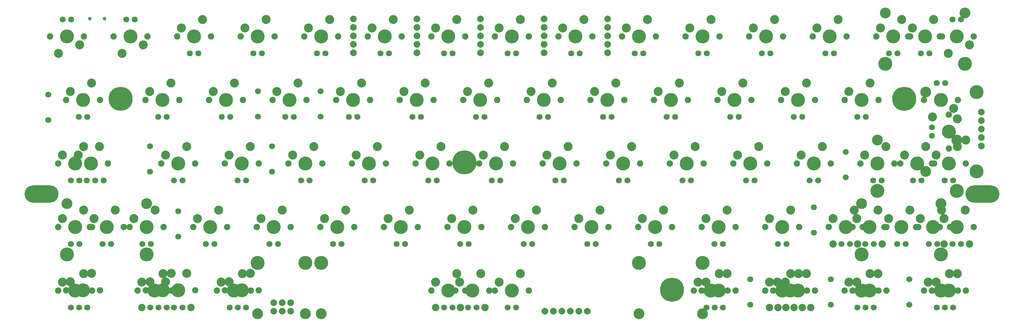
<source format=gts>
G04 #@! TF.FileFunction,Soldermask,Top*
%FSLAX46Y46*%
G04 Gerber Fmt 4.6, Leading zero omitted, Abs format (unit mm)*
G04 Created by KiCad (PCBNEW 4.0.2-stable) date Mon 02 May 2016 10:51:51 AM CEST*
%MOMM*%
G01*
G04 APERTURE LIST*
%ADD10C,0.150000*%
%ADD11C,2.203200*%
%ADD12C,1.803400*%
%ADD13C,2.003200*%
%ADD14C,3.251200*%
%ADD15C,4.183400*%
%ADD16C,4.183380*%
%ADD17C,2.702560*%
%ADD18C,1.902460*%
%ADD19C,1.103200*%
%ADD20O,10.203180X5.204460*%
%ADD21C,7.203440*%
%ADD22C,7.204500*%
%ADD23C,1.803200*%
G04 APERTURE END LIST*
D10*
D11*
X272037500Y-71428750D03*
X279657500Y-71428750D03*
X253463750Y-71428750D03*
X238700000Y-71428750D03*
X246090000Y-71428750D03*
X232032500Y-90478750D03*
X219650000Y-90478750D03*
X134401250Y-90478750D03*
X119637500Y-90478750D03*
X127027500Y-90478750D03*
X46295000Y-90478750D03*
X31531250Y-90478750D03*
D12*
X57883750Y-90478750D03*
X60343750Y-90478750D03*
X34071250Y-90478750D03*
X36531250Y-90478750D03*
X62805000Y-90478750D03*
X38992500Y-90478750D03*
X10258750Y-90478750D03*
X12718750Y-90478750D03*
X15180000Y-90478750D03*
X200758750Y-90478750D03*
X203218750Y-90478750D03*
X205680000Y-90478750D03*
D11*
X224621250Y-90478750D03*
X227061250Y-90478750D03*
X222190000Y-90478750D03*
X229492500Y-90478750D03*
D12*
X248463750Y-90478750D03*
X250923750Y-90478750D03*
X246002500Y-90478750D03*
X272276250Y-90478750D03*
X274736250Y-90478750D03*
X269815000Y-90478750D03*
X20102520Y-52380020D03*
X41215000Y-90478750D03*
X43755000Y-90478750D03*
D13*
X94936000Y-6500000D03*
X94936000Y-9040000D03*
X94936000Y-11580000D03*
X94936000Y-3960000D03*
X113986000Y-14120000D03*
X113986000Y-11580000D03*
X113986000Y-3960000D03*
X94936000Y-14120000D03*
X133036000Y-6500000D03*
X133036000Y-14120000D03*
X133036000Y-11580000D03*
X133036000Y-9040000D03*
X152086000Y-3960000D03*
X152086000Y-9040000D03*
X152086000Y-6500000D03*
X152086000Y-11580000D03*
X133036000Y-3960000D03*
X76140000Y-89050000D03*
X76140000Y-91590000D03*
X283150000Y-42060000D03*
X283150000Y-39520000D03*
X283150000Y-36980000D03*
X283150000Y-34440000D03*
X283150000Y-31900000D03*
X71060000Y-91590000D03*
X71060000Y-89050000D03*
X73600000Y-91590000D03*
X73600000Y-89050000D03*
X162500000Y-91590000D03*
X157420000Y-91590000D03*
X152340000Y-91590000D03*
X159960000Y-91590000D03*
X154880000Y-91590000D03*
X165040000Y-91590000D03*
X113986000Y-6500000D03*
X113986000Y-9040000D03*
X171136000Y-14120000D03*
X171136000Y-3960000D03*
X171136000Y-9040000D03*
X171136000Y-11580000D03*
X171136000Y-6500000D03*
X152086000Y-14120000D03*
D12*
X272196250Y-52378750D03*
X274736250Y-52378750D03*
X268386250Y-36503750D03*
X268386250Y-39043750D03*
X265052500Y-14278750D03*
X267592500Y-14278750D03*
X10258750Y-71428750D03*
X12798750Y-71428750D03*
X10260020Y-52380020D03*
X12800020Y-52380020D03*
X15022520Y-52380020D03*
X17562520Y-52380020D03*
X41215000Y-52378750D03*
X43755000Y-52378750D03*
X60265000Y-52378750D03*
X62805000Y-52378750D03*
X79315000Y-52378750D03*
X81855000Y-52378750D03*
X55502500Y-33328750D03*
X58042500Y-33328750D03*
X274577500Y-71428750D03*
X277117500Y-71428750D03*
X248383750Y-71428750D03*
X250923750Y-71428750D03*
X241240000Y-71428750D03*
X243780000Y-71428750D03*
X257908750Y-71428750D03*
X260448750Y-71428750D03*
X212665000Y-52378750D03*
X215205000Y-52378750D03*
X50740000Y-71428750D03*
X53280000Y-71428750D03*
X31690000Y-71428750D03*
X34230000Y-71428750D03*
X19783750Y-71428750D03*
X22323750Y-71428750D03*
X145990000Y-71428750D03*
X148530000Y-71428750D03*
X126940000Y-71428750D03*
X129480000Y-71428750D03*
X107890000Y-71428750D03*
X110430000Y-71428750D03*
X88840000Y-71428750D03*
X91380000Y-71428750D03*
X231715000Y-52378750D03*
X234255000Y-52378750D03*
X69790000Y-71428750D03*
X72330000Y-71428750D03*
X193615000Y-52378750D03*
X196155000Y-52378750D03*
X174565000Y-52378750D03*
X177105000Y-52378750D03*
X262671250Y-52378750D03*
X265211250Y-52378750D03*
X250765000Y-52378750D03*
X253305000Y-52378750D03*
X165040000Y-71428750D03*
X167580000Y-71428750D03*
X184090000Y-71428750D03*
X186630000Y-71428750D03*
X203140000Y-71428750D03*
X205680000Y-71428750D03*
X222190000Y-71428750D03*
X224730000Y-71428750D03*
X277117500Y-4118750D03*
X274577500Y-4118750D03*
X129321250Y-90478750D03*
X131861250Y-90478750D03*
X236477500Y-14278750D03*
X239017500Y-14278750D03*
X112652500Y-33328750D03*
X115192500Y-33328750D03*
X93602500Y-33328750D03*
X96142500Y-33328750D03*
X217427500Y-14278750D03*
X219967500Y-14278750D03*
X198377500Y-14278750D03*
X200917500Y-14278750D03*
X179327500Y-14278750D03*
X181867500Y-14278750D03*
X160277500Y-14278750D03*
X162817500Y-14278750D03*
X255527500Y-14278750D03*
X258067500Y-14278750D03*
X131702500Y-33328750D03*
X134242500Y-33328750D03*
X65027500Y-14278750D03*
X67567500Y-14278750D03*
X45977500Y-14278750D03*
X48517500Y-14278750D03*
X29467500Y-4118750D03*
X26927500Y-4118750D03*
X141227500Y-14278750D03*
X143767500Y-14278750D03*
X122177500Y-14278750D03*
X124717500Y-14278750D03*
X103127500Y-14278750D03*
X105667500Y-14278750D03*
X84077500Y-14278750D03*
X86617500Y-14278750D03*
X150752500Y-33328750D03*
X153292500Y-33328750D03*
X12640000Y-33328750D03*
X15180000Y-33328750D03*
X36452500Y-33328750D03*
X38992500Y-33328750D03*
X74552500Y-33328750D03*
X77092500Y-33328750D03*
X246002500Y-33328750D03*
X248542500Y-33328750D03*
X272355000Y-23168750D03*
X269815000Y-23168750D03*
X169802500Y-33328750D03*
X172342500Y-33328750D03*
X188852500Y-33328750D03*
X191392500Y-33328750D03*
X207902500Y-33328750D03*
X210442500Y-33328750D03*
X226952500Y-33328750D03*
X229492500Y-33328750D03*
X98365000Y-52378750D03*
X100905000Y-52378750D03*
X117415000Y-52378750D03*
X119955000Y-52378750D03*
X136465000Y-52378750D03*
X139005000Y-52378750D03*
X155515000Y-52378750D03*
X158055000Y-52378750D03*
X141227500Y-90478750D03*
X143767500Y-90478750D03*
X122177500Y-90478750D03*
X124717500Y-90478750D03*
X267433750Y-71428750D03*
X269973750Y-71428750D03*
D14*
X278230020Y-2215020D03*
D15*
X278230020Y-17455020D03*
D14*
X9147500Y-59365020D03*
D15*
X9147500Y-74605020D03*
D14*
X32960000Y-59365020D03*
D15*
X32960000Y-74605020D03*
D14*
X247272500Y-59365020D03*
D15*
X247272500Y-74605020D03*
D14*
X275847500Y-40313750D03*
D15*
X275847500Y-55553750D03*
D14*
X252035000Y-40315020D03*
D15*
X252035000Y-55555020D03*
D14*
X266482520Y-25867500D03*
D15*
X281722520Y-25867500D03*
D14*
X266482520Y-49680000D03*
D15*
X281722520Y-49680000D03*
D14*
X254417520Y-2215020D03*
D15*
X254417520Y-17455020D03*
D14*
X180597500Y-92385020D03*
D15*
X180597500Y-77145020D03*
D14*
X80585000Y-92385020D03*
D15*
X80585000Y-77145020D03*
D14*
X66297500Y-92385020D03*
D15*
X66297500Y-77145020D03*
D14*
X85347500Y-92385020D03*
D15*
X85347500Y-77145020D03*
D14*
X199647500Y-92385020D03*
D15*
X199647500Y-77145020D03*
D14*
X271085000Y-59363750D03*
D15*
X271085000Y-74603750D03*
D16*
X16292520Y-47300020D03*
D17*
X18832520Y-42220020D03*
X12482520Y-44760020D03*
D18*
X11212520Y-47300020D03*
X21372520Y-47300020D03*
D16*
X199647500Y-9200020D03*
D17*
X202187500Y-4120020D03*
X195837500Y-6660020D03*
D18*
X194567500Y-9200020D03*
X204727500Y-9200020D03*
D16*
X94872500Y-28250020D03*
D17*
X97412500Y-23170020D03*
X91062500Y-25710020D03*
D18*
X89792500Y-28250020D03*
X99952500Y-28250020D03*
D16*
X113922500Y-28250020D03*
D17*
X116462500Y-23170020D03*
X110112500Y-25710020D03*
D18*
X108842500Y-28250020D03*
X119002500Y-28250020D03*
D16*
X152022500Y-28250020D03*
D17*
X154562500Y-23170020D03*
X148212500Y-25710020D03*
D18*
X146942500Y-28250020D03*
X157102500Y-28250020D03*
D16*
X171072500Y-28250020D03*
D17*
X173612500Y-23170020D03*
X167262500Y-25710020D03*
D18*
X165992500Y-28250020D03*
X176152500Y-28250020D03*
D16*
X190122500Y-28250020D03*
D17*
X192662500Y-23170020D03*
X186312500Y-25710020D03*
D18*
X185042500Y-28250020D03*
X195202500Y-28250020D03*
D16*
X209172500Y-28250020D03*
D17*
X211712500Y-23170020D03*
X205362500Y-25710020D03*
D18*
X204092500Y-28250020D03*
X214252500Y-28250020D03*
D16*
X228222500Y-28250020D03*
D17*
X230762500Y-23170020D03*
X224412500Y-25710020D03*
D18*
X223142500Y-28250020D03*
X233302500Y-28250020D03*
D16*
X271085000Y-28248750D03*
D17*
X268545000Y-33328750D03*
X274895000Y-30788750D03*
D18*
X276165000Y-28248750D03*
X266005000Y-28248750D03*
D16*
X42485000Y-47300020D03*
D17*
X45025000Y-42220020D03*
X38675000Y-44760020D03*
D18*
X37405000Y-47300020D03*
X47565000Y-47300020D03*
D16*
X61535000Y-47300020D03*
D17*
X64075000Y-42220020D03*
X57725000Y-44760020D03*
D18*
X56455000Y-47300020D03*
X66615000Y-47300020D03*
D16*
X80585000Y-47300020D03*
D17*
X83125000Y-42220020D03*
X76775000Y-44760020D03*
D18*
X75505000Y-47300020D03*
X85665000Y-47300020D03*
D16*
X99635000Y-47300020D03*
D17*
X102175000Y-42220020D03*
X95825000Y-44760020D03*
D18*
X94555000Y-47300020D03*
X104715000Y-47300020D03*
D16*
X118685000Y-47300020D03*
D17*
X121225000Y-42220020D03*
X114875000Y-44760020D03*
D18*
X113605000Y-47300020D03*
X123765000Y-47300020D03*
D16*
X137735000Y-47300020D03*
D17*
X140275000Y-42220020D03*
X133925000Y-44760020D03*
D18*
X132655000Y-47300020D03*
X142815000Y-47300020D03*
D16*
X156785000Y-47300020D03*
D17*
X159325000Y-42220020D03*
X152975000Y-44760020D03*
D18*
X151705000Y-47300020D03*
X161865000Y-47300020D03*
D16*
X47247500Y-9200020D03*
D17*
X49787500Y-4120020D03*
X43437500Y-6660020D03*
D18*
X42167500Y-9200020D03*
X52327500Y-9200020D03*
D16*
X66297500Y-9200020D03*
D17*
X68837500Y-4120020D03*
X62487500Y-6660020D03*
D18*
X61217500Y-9200020D03*
X71377500Y-9200020D03*
D16*
X104397500Y-9200020D03*
D17*
X106937500Y-4120020D03*
X100587500Y-6660020D03*
D18*
X99317500Y-9200020D03*
X109477500Y-9200020D03*
D16*
X123447500Y-9200020D03*
D17*
X125987500Y-4120020D03*
X119637500Y-6660020D03*
D18*
X118367500Y-9200020D03*
X128527500Y-9200020D03*
D16*
X142497500Y-9200020D03*
D17*
X145037500Y-4120020D03*
X138687500Y-6660020D03*
D18*
X137417500Y-9200020D03*
X147577500Y-9200020D03*
D16*
X161547500Y-9200020D03*
D17*
X164087500Y-4120020D03*
X157737500Y-6660020D03*
D18*
X156467500Y-9200020D03*
X166627500Y-9200020D03*
D16*
X218697500Y-9200020D03*
D17*
X221237500Y-4120020D03*
X214887500Y-6660020D03*
D18*
X213617500Y-9200020D03*
X223777500Y-9200020D03*
D16*
X237747500Y-9200020D03*
D17*
X240287500Y-4120020D03*
X233937500Y-6660020D03*
D18*
X232667500Y-9200020D03*
X242827500Y-9200020D03*
D16*
X266322500Y-9200020D03*
D17*
X268862500Y-4120020D03*
X262512500Y-6660020D03*
D18*
X261242500Y-9200020D03*
X271402500Y-9200020D03*
D16*
X13910000Y-28250020D03*
D17*
X16450000Y-23170020D03*
X10100000Y-25710020D03*
D18*
X8830000Y-28250020D03*
X18990000Y-28250020D03*
D16*
X37722500Y-28250020D03*
D17*
X40262500Y-23170020D03*
X33912500Y-25710020D03*
D18*
X32642500Y-28250020D03*
X42802500Y-28250020D03*
D16*
X56772500Y-28250020D03*
D17*
X59312500Y-23170020D03*
X52962500Y-25710020D03*
D18*
X51692500Y-28250020D03*
X61852500Y-28250020D03*
D16*
X75822500Y-28250020D03*
D17*
X78362500Y-23170020D03*
X72012500Y-25710020D03*
D18*
X70742500Y-28250020D03*
X80902500Y-28250020D03*
D16*
X259180020Y-66350020D03*
D17*
X261720020Y-61270020D03*
X255370020Y-63810020D03*
D18*
X254100020Y-66350020D03*
X264260020Y-66350020D03*
D16*
X11528750Y-85398750D03*
D17*
X14068750Y-80318750D03*
X7718750Y-82858750D03*
D18*
X6448750Y-85398750D03*
X16608750Y-85398750D03*
D16*
X59153750Y-85398750D03*
D17*
X61693750Y-80318750D03*
X55343750Y-82858750D03*
D18*
X54073750Y-85398750D03*
X64233750Y-85398750D03*
D16*
X130591250Y-85398750D03*
D17*
X133131250Y-80318750D03*
X126781250Y-82858750D03*
D18*
X125511250Y-85398750D03*
X135671250Y-85398750D03*
D16*
X202028750Y-85398750D03*
D17*
X204568750Y-80318750D03*
X198218750Y-82858750D03*
D18*
X196948750Y-85398750D03*
X207108750Y-85398750D03*
D16*
X225841250Y-85398750D03*
D17*
X228381250Y-80318750D03*
X222031250Y-82858750D03*
D18*
X220761250Y-85398750D03*
X230921250Y-85398750D03*
D16*
X249653750Y-85398750D03*
D17*
X252193750Y-80318750D03*
X245843750Y-82858750D03*
D18*
X244573750Y-85398750D03*
X254733750Y-85398750D03*
D16*
X273466250Y-85398750D03*
D17*
X276006250Y-80318750D03*
X269656250Y-82858750D03*
D18*
X268386250Y-85398750D03*
X278546250Y-85398750D03*
D16*
X175835000Y-47300020D03*
D17*
X178375000Y-42220020D03*
X172025000Y-44760020D03*
D18*
X170755000Y-47300020D03*
X180915000Y-47300020D03*
D16*
X194885000Y-47300020D03*
D17*
X197425000Y-42220020D03*
X191075000Y-44760020D03*
D18*
X189805000Y-47300020D03*
X199965000Y-47300020D03*
D16*
X232985000Y-47300020D03*
D17*
X235525000Y-42220020D03*
X229175000Y-44760020D03*
D18*
X227905000Y-47300020D03*
X238065000Y-47300020D03*
D16*
X263941250Y-47298750D03*
D17*
X266481250Y-42218750D03*
X260131250Y-44758750D03*
D18*
X258861250Y-47298750D03*
X269021250Y-47298750D03*
D16*
X21053750Y-66348750D03*
D17*
X23593750Y-61268750D03*
X17243750Y-63808750D03*
D18*
X15973750Y-66348750D03*
X26133750Y-66348750D03*
D16*
X52010000Y-66350020D03*
D17*
X54550000Y-61270020D03*
X48200000Y-63810020D03*
D18*
X46930000Y-66350020D03*
X57090000Y-66350020D03*
D16*
X71060000Y-66350020D03*
D17*
X73600000Y-61270020D03*
X67250000Y-63810020D03*
D18*
X65980000Y-66350020D03*
X76140000Y-66350020D03*
D16*
X109160000Y-66350020D03*
D17*
X111700000Y-61270020D03*
X105350000Y-63810020D03*
D18*
X104080000Y-66350020D03*
X114240000Y-66350020D03*
D16*
X128210000Y-66350020D03*
D17*
X130750000Y-61270020D03*
X124400000Y-63810020D03*
D18*
X123130000Y-66350020D03*
X133290000Y-66350020D03*
D16*
X147260000Y-66350020D03*
D17*
X149800000Y-61270020D03*
X143450000Y-63810020D03*
D18*
X142180000Y-66350020D03*
X152340000Y-66350020D03*
D16*
X166310000Y-66350020D03*
D17*
X168850000Y-61270020D03*
X162500000Y-63810020D03*
D18*
X161230000Y-66350020D03*
X171390000Y-66350020D03*
D16*
X185360000Y-66350020D03*
D17*
X187900000Y-61270020D03*
X181550000Y-63810020D03*
D18*
X180280000Y-66350020D03*
X190440000Y-66350020D03*
D16*
X204410000Y-66350020D03*
D17*
X206950000Y-61270020D03*
X200600000Y-63810020D03*
D18*
X199330000Y-66350020D03*
X209490000Y-66350020D03*
D16*
X223460000Y-66350020D03*
D17*
X226000000Y-61270020D03*
X219650000Y-63810020D03*
D18*
X218380000Y-66350020D03*
X228540000Y-66350020D03*
D16*
X35341250Y-85398750D03*
D17*
X37881250Y-80318750D03*
X31531250Y-82858750D03*
D18*
X30261250Y-85398750D03*
X40421250Y-85398750D03*
D16*
X90110000Y-66350020D03*
D17*
X92650000Y-61270020D03*
X86300000Y-63810020D03*
D18*
X85030000Y-66350020D03*
X95190000Y-66350020D03*
D16*
X85347500Y-9200020D03*
D17*
X87887500Y-4120020D03*
X81537500Y-6660020D03*
D18*
X80267500Y-9200020D03*
X90427500Y-9200020D03*
D16*
X180597500Y-9200020D03*
D17*
X183137500Y-4120020D03*
X176787500Y-6660020D03*
D18*
X175517500Y-9200020D03*
X185677500Y-9200020D03*
D16*
X247272500Y-28250020D03*
D17*
X249812500Y-23170020D03*
X243462500Y-25710020D03*
D18*
X242192500Y-28250020D03*
X252352500Y-28250020D03*
D16*
X132972500Y-28250020D03*
D17*
X135512500Y-23170020D03*
X129162500Y-25710020D03*
D18*
X127892500Y-28250020D03*
X138052500Y-28250020D03*
D16*
X213935000Y-47300020D03*
D17*
X216475000Y-42220020D03*
X210125000Y-44760020D03*
D18*
X208855000Y-47300020D03*
X219015000Y-47300020D03*
D12*
X10417500Y-4118750D03*
X7877500Y-4118750D03*
D16*
X273466250Y-47298750D03*
D17*
X276006250Y-42218750D03*
X269656250Y-44758750D03*
D18*
X268386250Y-47298750D03*
X278546250Y-47298750D03*
D16*
X223460000Y-85398750D03*
D17*
X226000000Y-80318750D03*
X219650000Y-82858750D03*
D18*
X218380000Y-85398750D03*
X228540000Y-85398750D03*
D16*
X32960000Y-66350020D03*
D17*
X35500000Y-61270020D03*
X29150000Y-63810020D03*
D18*
X27880000Y-66350020D03*
X38040000Y-66350020D03*
D16*
X275847500Y-66348750D03*
D17*
X278387500Y-61268750D03*
X272037500Y-63808750D03*
D18*
X270767500Y-66348750D03*
X280927500Y-66348750D03*
D16*
X13910000Y-85367000D03*
D17*
X16450000Y-80287000D03*
X10100000Y-82827000D03*
D18*
X8830000Y-85367000D03*
X18990000Y-85367000D03*
D16*
X42485000Y-85367000D03*
D17*
X45025000Y-80287000D03*
X38675000Y-82827000D03*
D18*
X37405000Y-85367000D03*
X47565000Y-85367000D03*
D16*
X37786000Y-85367000D03*
D17*
X40326000Y-80287000D03*
X33976000Y-82827000D03*
D18*
X32706000Y-85367000D03*
X42866000Y-85367000D03*
D16*
X204410000Y-85398750D03*
D17*
X206950000Y-80318750D03*
X200600000Y-82858750D03*
D18*
X199330000Y-85398750D03*
X209490000Y-85398750D03*
D16*
X228222500Y-85398750D03*
D17*
X230762500Y-80318750D03*
X224412500Y-82858750D03*
D18*
X223142500Y-85398750D03*
X233302500Y-85398750D03*
D16*
X61535000Y-85367000D03*
D17*
X64075000Y-80287000D03*
X57725000Y-82827000D03*
D18*
X56455000Y-85367000D03*
X66615000Y-85367000D03*
D16*
X247272500Y-85398750D03*
D17*
X249812500Y-80318750D03*
X243462500Y-82858750D03*
D18*
X242192500Y-85398750D03*
X252352500Y-85398750D03*
D16*
X271085000Y-85398750D03*
D17*
X273625000Y-80318750D03*
X267275000Y-82858750D03*
D18*
X266005000Y-85398750D03*
X276165000Y-85398750D03*
D16*
X142497500Y-85400020D03*
D17*
X145037500Y-80320020D03*
X138687500Y-82860020D03*
D18*
X137417500Y-85400020D03*
X147577500Y-85400020D03*
D16*
X123447500Y-85398750D03*
D17*
X125987500Y-80318750D03*
X119637500Y-82858750D03*
D18*
X118367500Y-85398750D03*
X128527500Y-85398750D03*
D16*
X11530020Y-66350020D03*
D17*
X14070020Y-61270020D03*
X7720020Y-63810020D03*
D18*
X6450020Y-66350020D03*
X16610020Y-66350020D03*
D16*
X268703750Y-66348750D03*
D17*
X271243750Y-61268750D03*
X264893750Y-63808750D03*
D18*
X263623750Y-66348750D03*
X273783750Y-66348750D03*
D16*
X11530020Y-47300020D03*
D17*
X14070020Y-42220020D03*
X7720020Y-44760020D03*
D18*
X6450020Y-47300020D03*
X16610020Y-47300020D03*
D16*
X256797500Y-9198750D03*
D17*
X259337500Y-4118750D03*
X252987500Y-6658750D03*
D18*
X251717500Y-9198750D03*
X261877500Y-9198750D03*
D16*
X275847500Y-9198750D03*
D17*
X273307500Y-14278750D03*
X279657500Y-11738750D03*
D18*
X280927500Y-9198750D03*
X270767500Y-9198750D03*
D16*
X28197500Y-9198750D03*
D17*
X25657500Y-14278750D03*
X32007500Y-11738750D03*
D18*
X33277500Y-9198750D03*
X23117500Y-9198750D03*
D16*
X9147500Y-9198750D03*
D17*
X6607500Y-14278750D03*
X12957500Y-11738750D03*
D18*
X14227500Y-9198750D03*
X4067500Y-9198750D03*
D16*
X273466250Y-37773750D03*
D17*
X278546250Y-40313750D03*
X276006250Y-33963750D03*
D18*
X273466250Y-32693750D03*
X273466250Y-42853750D03*
D16*
X249653750Y-66348750D03*
D17*
X252193750Y-61268750D03*
X245843750Y-63808750D03*
D18*
X244573750Y-66348750D03*
X254733750Y-66348750D03*
D16*
X242510000Y-66348750D03*
D17*
X245050000Y-61268750D03*
X238700000Y-63808750D03*
D18*
X237430000Y-66348750D03*
X247590000Y-66348750D03*
D16*
X252035000Y-47300020D03*
D17*
X254575000Y-42220020D03*
X248225000Y-44760020D03*
D18*
X246955000Y-47300020D03*
X257115000Y-47300020D03*
D19*
X16000000Y-3870000D03*
X20400000Y-3870000D03*
D20*
X283541200Y-56501200D03*
X1458900Y-56501200D03*
D21*
X260049900Y-27900800D03*
X190499400Y-85200700D03*
X128200000Y-47000000D03*
D22*
X25199300Y-27900800D03*
D23*
X42485000Y-61618000D03*
X42485000Y-69238000D03*
X70552000Y-42187000D03*
X70552000Y-49807000D03*
X85157000Y-33297000D03*
X85157000Y-25677000D03*
X66361000Y-33297000D03*
X66361000Y-25677000D03*
X242510000Y-51458000D03*
X242510000Y-43838000D03*
X232985000Y-68095000D03*
X232985000Y-60475000D03*
X3496000Y-34313000D03*
X3496000Y-26693000D03*
X238065000Y-82065000D03*
X238065000Y-89685000D03*
X261560000Y-82065000D03*
X261560000Y-89685000D03*
X213935000Y-82065000D03*
X213935000Y-89685000D03*
X33976000Y-42187000D03*
X33976000Y-49807000D03*
M02*

</source>
